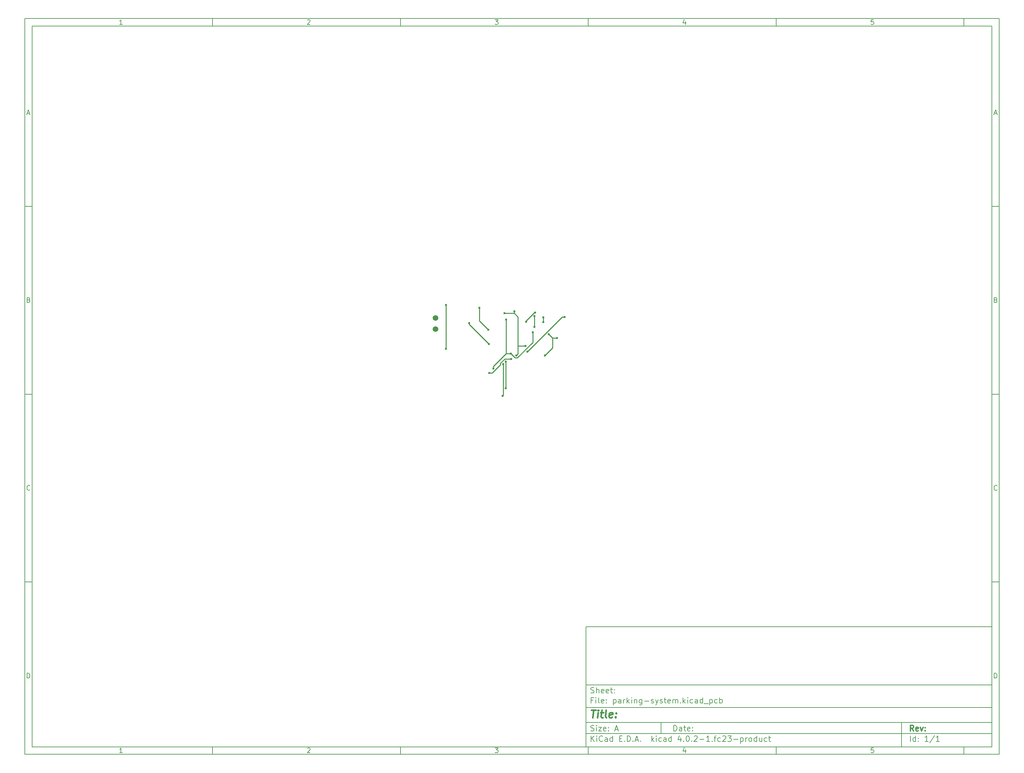
<source format=gbr>
G04 #@! TF.FileFunction,Copper,L2,Bot,Signal*
%FSLAX46Y46*%
G04 Gerber Fmt 4.6, Leading zero omitted, Abs format (unit mm)*
G04 Created by KiCad (PCBNEW 4.0.2-1.fc23-product) date Tue 29 Mar 2016 15:32:59 SAST*
%MOMM*%
G01*
G04 APERTURE LIST*
%ADD10C,0.100000*%
%ADD11C,0.150000*%
%ADD12C,0.300000*%
%ADD13C,0.400000*%
%ADD14C,1.500000*%
%ADD15C,0.600000*%
%ADD16C,0.250000*%
G04 APERTURE END LIST*
D10*
D11*
X159400000Y-171900000D02*
X159400000Y-203900000D01*
X267400000Y-203900000D01*
X267400000Y-171900000D01*
X159400000Y-171900000D01*
D10*
D11*
X10000000Y-10000000D02*
X10000000Y-205900000D01*
X269400000Y-205900000D01*
X269400000Y-10000000D01*
X10000000Y-10000000D01*
D10*
D11*
X12000000Y-12000000D02*
X12000000Y-203900000D01*
X267400000Y-203900000D01*
X267400000Y-12000000D01*
X12000000Y-12000000D01*
D10*
D11*
X60000000Y-12000000D02*
X60000000Y-10000000D01*
D10*
D11*
X110000000Y-12000000D02*
X110000000Y-10000000D01*
D10*
D11*
X160000000Y-12000000D02*
X160000000Y-10000000D01*
D10*
D11*
X210000000Y-12000000D02*
X210000000Y-10000000D01*
D10*
D11*
X260000000Y-12000000D02*
X260000000Y-10000000D01*
D10*
D11*
X35990476Y-11588095D02*
X35247619Y-11588095D01*
X35619048Y-11588095D02*
X35619048Y-10288095D01*
X35495238Y-10473810D01*
X35371429Y-10597619D01*
X35247619Y-10659524D01*
D10*
D11*
X85247619Y-10411905D02*
X85309524Y-10350000D01*
X85433333Y-10288095D01*
X85742857Y-10288095D01*
X85866667Y-10350000D01*
X85928571Y-10411905D01*
X85990476Y-10535714D01*
X85990476Y-10659524D01*
X85928571Y-10845238D01*
X85185714Y-11588095D01*
X85990476Y-11588095D01*
D10*
D11*
X135185714Y-10288095D02*
X135990476Y-10288095D01*
X135557143Y-10783333D01*
X135742857Y-10783333D01*
X135866667Y-10845238D01*
X135928571Y-10907143D01*
X135990476Y-11030952D01*
X135990476Y-11340476D01*
X135928571Y-11464286D01*
X135866667Y-11526190D01*
X135742857Y-11588095D01*
X135371429Y-11588095D01*
X135247619Y-11526190D01*
X135185714Y-11464286D01*
D10*
D11*
X185866667Y-10721429D02*
X185866667Y-11588095D01*
X185557143Y-10226190D02*
X185247619Y-11154762D01*
X186052381Y-11154762D01*
D10*
D11*
X235928571Y-10288095D02*
X235309524Y-10288095D01*
X235247619Y-10907143D01*
X235309524Y-10845238D01*
X235433333Y-10783333D01*
X235742857Y-10783333D01*
X235866667Y-10845238D01*
X235928571Y-10907143D01*
X235990476Y-11030952D01*
X235990476Y-11340476D01*
X235928571Y-11464286D01*
X235866667Y-11526190D01*
X235742857Y-11588095D01*
X235433333Y-11588095D01*
X235309524Y-11526190D01*
X235247619Y-11464286D01*
D10*
D11*
X60000000Y-203900000D02*
X60000000Y-205900000D01*
D10*
D11*
X110000000Y-203900000D02*
X110000000Y-205900000D01*
D10*
D11*
X160000000Y-203900000D02*
X160000000Y-205900000D01*
D10*
D11*
X210000000Y-203900000D02*
X210000000Y-205900000D01*
D10*
D11*
X260000000Y-203900000D02*
X260000000Y-205900000D01*
D10*
D11*
X35990476Y-205488095D02*
X35247619Y-205488095D01*
X35619048Y-205488095D02*
X35619048Y-204188095D01*
X35495238Y-204373810D01*
X35371429Y-204497619D01*
X35247619Y-204559524D01*
D10*
D11*
X85247619Y-204311905D02*
X85309524Y-204250000D01*
X85433333Y-204188095D01*
X85742857Y-204188095D01*
X85866667Y-204250000D01*
X85928571Y-204311905D01*
X85990476Y-204435714D01*
X85990476Y-204559524D01*
X85928571Y-204745238D01*
X85185714Y-205488095D01*
X85990476Y-205488095D01*
D10*
D11*
X135185714Y-204188095D02*
X135990476Y-204188095D01*
X135557143Y-204683333D01*
X135742857Y-204683333D01*
X135866667Y-204745238D01*
X135928571Y-204807143D01*
X135990476Y-204930952D01*
X135990476Y-205240476D01*
X135928571Y-205364286D01*
X135866667Y-205426190D01*
X135742857Y-205488095D01*
X135371429Y-205488095D01*
X135247619Y-205426190D01*
X135185714Y-205364286D01*
D10*
D11*
X185866667Y-204621429D02*
X185866667Y-205488095D01*
X185557143Y-204126190D02*
X185247619Y-205054762D01*
X186052381Y-205054762D01*
D10*
D11*
X235928571Y-204188095D02*
X235309524Y-204188095D01*
X235247619Y-204807143D01*
X235309524Y-204745238D01*
X235433333Y-204683333D01*
X235742857Y-204683333D01*
X235866667Y-204745238D01*
X235928571Y-204807143D01*
X235990476Y-204930952D01*
X235990476Y-205240476D01*
X235928571Y-205364286D01*
X235866667Y-205426190D01*
X235742857Y-205488095D01*
X235433333Y-205488095D01*
X235309524Y-205426190D01*
X235247619Y-205364286D01*
D10*
D11*
X10000000Y-60000000D02*
X12000000Y-60000000D01*
D10*
D11*
X10000000Y-110000000D02*
X12000000Y-110000000D01*
D10*
D11*
X10000000Y-160000000D02*
X12000000Y-160000000D01*
D10*
D11*
X10690476Y-35216667D02*
X11309524Y-35216667D01*
X10566667Y-35588095D02*
X11000000Y-34288095D01*
X11433333Y-35588095D01*
D10*
D11*
X11092857Y-84907143D02*
X11278571Y-84969048D01*
X11340476Y-85030952D01*
X11402381Y-85154762D01*
X11402381Y-85340476D01*
X11340476Y-85464286D01*
X11278571Y-85526190D01*
X11154762Y-85588095D01*
X10659524Y-85588095D01*
X10659524Y-84288095D01*
X11092857Y-84288095D01*
X11216667Y-84350000D01*
X11278571Y-84411905D01*
X11340476Y-84535714D01*
X11340476Y-84659524D01*
X11278571Y-84783333D01*
X11216667Y-84845238D01*
X11092857Y-84907143D01*
X10659524Y-84907143D01*
D10*
D11*
X11402381Y-135464286D02*
X11340476Y-135526190D01*
X11154762Y-135588095D01*
X11030952Y-135588095D01*
X10845238Y-135526190D01*
X10721429Y-135402381D01*
X10659524Y-135278571D01*
X10597619Y-135030952D01*
X10597619Y-134845238D01*
X10659524Y-134597619D01*
X10721429Y-134473810D01*
X10845238Y-134350000D01*
X11030952Y-134288095D01*
X11154762Y-134288095D01*
X11340476Y-134350000D01*
X11402381Y-134411905D01*
D10*
D11*
X10659524Y-185588095D02*
X10659524Y-184288095D01*
X10969048Y-184288095D01*
X11154762Y-184350000D01*
X11278571Y-184473810D01*
X11340476Y-184597619D01*
X11402381Y-184845238D01*
X11402381Y-185030952D01*
X11340476Y-185278571D01*
X11278571Y-185402381D01*
X11154762Y-185526190D01*
X10969048Y-185588095D01*
X10659524Y-185588095D01*
D10*
D11*
X269400000Y-60000000D02*
X267400000Y-60000000D01*
D10*
D11*
X269400000Y-110000000D02*
X267400000Y-110000000D01*
D10*
D11*
X269400000Y-160000000D02*
X267400000Y-160000000D01*
D10*
D11*
X268090476Y-35216667D02*
X268709524Y-35216667D01*
X267966667Y-35588095D02*
X268400000Y-34288095D01*
X268833333Y-35588095D01*
D10*
D11*
X268492857Y-84907143D02*
X268678571Y-84969048D01*
X268740476Y-85030952D01*
X268802381Y-85154762D01*
X268802381Y-85340476D01*
X268740476Y-85464286D01*
X268678571Y-85526190D01*
X268554762Y-85588095D01*
X268059524Y-85588095D01*
X268059524Y-84288095D01*
X268492857Y-84288095D01*
X268616667Y-84350000D01*
X268678571Y-84411905D01*
X268740476Y-84535714D01*
X268740476Y-84659524D01*
X268678571Y-84783333D01*
X268616667Y-84845238D01*
X268492857Y-84907143D01*
X268059524Y-84907143D01*
D10*
D11*
X268802381Y-135464286D02*
X268740476Y-135526190D01*
X268554762Y-135588095D01*
X268430952Y-135588095D01*
X268245238Y-135526190D01*
X268121429Y-135402381D01*
X268059524Y-135278571D01*
X267997619Y-135030952D01*
X267997619Y-134845238D01*
X268059524Y-134597619D01*
X268121429Y-134473810D01*
X268245238Y-134350000D01*
X268430952Y-134288095D01*
X268554762Y-134288095D01*
X268740476Y-134350000D01*
X268802381Y-134411905D01*
D10*
D11*
X268059524Y-185588095D02*
X268059524Y-184288095D01*
X268369048Y-184288095D01*
X268554762Y-184350000D01*
X268678571Y-184473810D01*
X268740476Y-184597619D01*
X268802381Y-184845238D01*
X268802381Y-185030952D01*
X268740476Y-185278571D01*
X268678571Y-185402381D01*
X268554762Y-185526190D01*
X268369048Y-185588095D01*
X268059524Y-185588095D01*
D10*
D11*
X182757143Y-199678571D02*
X182757143Y-198178571D01*
X183114286Y-198178571D01*
X183328571Y-198250000D01*
X183471429Y-198392857D01*
X183542857Y-198535714D01*
X183614286Y-198821429D01*
X183614286Y-199035714D01*
X183542857Y-199321429D01*
X183471429Y-199464286D01*
X183328571Y-199607143D01*
X183114286Y-199678571D01*
X182757143Y-199678571D01*
X184900000Y-199678571D02*
X184900000Y-198892857D01*
X184828571Y-198750000D01*
X184685714Y-198678571D01*
X184400000Y-198678571D01*
X184257143Y-198750000D01*
X184900000Y-199607143D02*
X184757143Y-199678571D01*
X184400000Y-199678571D01*
X184257143Y-199607143D01*
X184185714Y-199464286D01*
X184185714Y-199321429D01*
X184257143Y-199178571D01*
X184400000Y-199107143D01*
X184757143Y-199107143D01*
X184900000Y-199035714D01*
X185400000Y-198678571D02*
X185971429Y-198678571D01*
X185614286Y-198178571D02*
X185614286Y-199464286D01*
X185685714Y-199607143D01*
X185828572Y-199678571D01*
X185971429Y-199678571D01*
X187042857Y-199607143D02*
X186900000Y-199678571D01*
X186614286Y-199678571D01*
X186471429Y-199607143D01*
X186400000Y-199464286D01*
X186400000Y-198892857D01*
X186471429Y-198750000D01*
X186614286Y-198678571D01*
X186900000Y-198678571D01*
X187042857Y-198750000D01*
X187114286Y-198892857D01*
X187114286Y-199035714D01*
X186400000Y-199178571D01*
X187757143Y-199535714D02*
X187828571Y-199607143D01*
X187757143Y-199678571D01*
X187685714Y-199607143D01*
X187757143Y-199535714D01*
X187757143Y-199678571D01*
X187757143Y-198750000D02*
X187828571Y-198821429D01*
X187757143Y-198892857D01*
X187685714Y-198821429D01*
X187757143Y-198750000D01*
X187757143Y-198892857D01*
D10*
D11*
X159400000Y-200400000D02*
X267400000Y-200400000D01*
D10*
D11*
X160757143Y-202478571D02*
X160757143Y-200978571D01*
X161614286Y-202478571D02*
X160971429Y-201621429D01*
X161614286Y-200978571D02*
X160757143Y-201835714D01*
X162257143Y-202478571D02*
X162257143Y-201478571D01*
X162257143Y-200978571D02*
X162185714Y-201050000D01*
X162257143Y-201121429D01*
X162328571Y-201050000D01*
X162257143Y-200978571D01*
X162257143Y-201121429D01*
X163828572Y-202335714D02*
X163757143Y-202407143D01*
X163542857Y-202478571D01*
X163400000Y-202478571D01*
X163185715Y-202407143D01*
X163042857Y-202264286D01*
X162971429Y-202121429D01*
X162900000Y-201835714D01*
X162900000Y-201621429D01*
X162971429Y-201335714D01*
X163042857Y-201192857D01*
X163185715Y-201050000D01*
X163400000Y-200978571D01*
X163542857Y-200978571D01*
X163757143Y-201050000D01*
X163828572Y-201121429D01*
X165114286Y-202478571D02*
X165114286Y-201692857D01*
X165042857Y-201550000D01*
X164900000Y-201478571D01*
X164614286Y-201478571D01*
X164471429Y-201550000D01*
X165114286Y-202407143D02*
X164971429Y-202478571D01*
X164614286Y-202478571D01*
X164471429Y-202407143D01*
X164400000Y-202264286D01*
X164400000Y-202121429D01*
X164471429Y-201978571D01*
X164614286Y-201907143D01*
X164971429Y-201907143D01*
X165114286Y-201835714D01*
X166471429Y-202478571D02*
X166471429Y-200978571D01*
X166471429Y-202407143D02*
X166328572Y-202478571D01*
X166042858Y-202478571D01*
X165900000Y-202407143D01*
X165828572Y-202335714D01*
X165757143Y-202192857D01*
X165757143Y-201764286D01*
X165828572Y-201621429D01*
X165900000Y-201550000D01*
X166042858Y-201478571D01*
X166328572Y-201478571D01*
X166471429Y-201550000D01*
X168328572Y-201692857D02*
X168828572Y-201692857D01*
X169042858Y-202478571D02*
X168328572Y-202478571D01*
X168328572Y-200978571D01*
X169042858Y-200978571D01*
X169685715Y-202335714D02*
X169757143Y-202407143D01*
X169685715Y-202478571D01*
X169614286Y-202407143D01*
X169685715Y-202335714D01*
X169685715Y-202478571D01*
X170400001Y-202478571D02*
X170400001Y-200978571D01*
X170757144Y-200978571D01*
X170971429Y-201050000D01*
X171114287Y-201192857D01*
X171185715Y-201335714D01*
X171257144Y-201621429D01*
X171257144Y-201835714D01*
X171185715Y-202121429D01*
X171114287Y-202264286D01*
X170971429Y-202407143D01*
X170757144Y-202478571D01*
X170400001Y-202478571D01*
X171900001Y-202335714D02*
X171971429Y-202407143D01*
X171900001Y-202478571D01*
X171828572Y-202407143D01*
X171900001Y-202335714D01*
X171900001Y-202478571D01*
X172542858Y-202050000D02*
X173257144Y-202050000D01*
X172400001Y-202478571D02*
X172900001Y-200978571D01*
X173400001Y-202478571D01*
X173900001Y-202335714D02*
X173971429Y-202407143D01*
X173900001Y-202478571D01*
X173828572Y-202407143D01*
X173900001Y-202335714D01*
X173900001Y-202478571D01*
X176900001Y-202478571D02*
X176900001Y-200978571D01*
X177042858Y-201907143D02*
X177471429Y-202478571D01*
X177471429Y-201478571D02*
X176900001Y-202050000D01*
X178114287Y-202478571D02*
X178114287Y-201478571D01*
X178114287Y-200978571D02*
X178042858Y-201050000D01*
X178114287Y-201121429D01*
X178185715Y-201050000D01*
X178114287Y-200978571D01*
X178114287Y-201121429D01*
X179471430Y-202407143D02*
X179328573Y-202478571D01*
X179042859Y-202478571D01*
X178900001Y-202407143D01*
X178828573Y-202335714D01*
X178757144Y-202192857D01*
X178757144Y-201764286D01*
X178828573Y-201621429D01*
X178900001Y-201550000D01*
X179042859Y-201478571D01*
X179328573Y-201478571D01*
X179471430Y-201550000D01*
X180757144Y-202478571D02*
X180757144Y-201692857D01*
X180685715Y-201550000D01*
X180542858Y-201478571D01*
X180257144Y-201478571D01*
X180114287Y-201550000D01*
X180757144Y-202407143D02*
X180614287Y-202478571D01*
X180257144Y-202478571D01*
X180114287Y-202407143D01*
X180042858Y-202264286D01*
X180042858Y-202121429D01*
X180114287Y-201978571D01*
X180257144Y-201907143D01*
X180614287Y-201907143D01*
X180757144Y-201835714D01*
X182114287Y-202478571D02*
X182114287Y-200978571D01*
X182114287Y-202407143D02*
X181971430Y-202478571D01*
X181685716Y-202478571D01*
X181542858Y-202407143D01*
X181471430Y-202335714D01*
X181400001Y-202192857D01*
X181400001Y-201764286D01*
X181471430Y-201621429D01*
X181542858Y-201550000D01*
X181685716Y-201478571D01*
X181971430Y-201478571D01*
X182114287Y-201550000D01*
X184614287Y-201478571D02*
X184614287Y-202478571D01*
X184257144Y-200907143D02*
X183900001Y-201978571D01*
X184828573Y-201978571D01*
X185400001Y-202335714D02*
X185471429Y-202407143D01*
X185400001Y-202478571D01*
X185328572Y-202407143D01*
X185400001Y-202335714D01*
X185400001Y-202478571D01*
X186400001Y-200978571D02*
X186542858Y-200978571D01*
X186685715Y-201050000D01*
X186757144Y-201121429D01*
X186828573Y-201264286D01*
X186900001Y-201550000D01*
X186900001Y-201907143D01*
X186828573Y-202192857D01*
X186757144Y-202335714D01*
X186685715Y-202407143D01*
X186542858Y-202478571D01*
X186400001Y-202478571D01*
X186257144Y-202407143D01*
X186185715Y-202335714D01*
X186114287Y-202192857D01*
X186042858Y-201907143D01*
X186042858Y-201550000D01*
X186114287Y-201264286D01*
X186185715Y-201121429D01*
X186257144Y-201050000D01*
X186400001Y-200978571D01*
X187542858Y-202335714D02*
X187614286Y-202407143D01*
X187542858Y-202478571D01*
X187471429Y-202407143D01*
X187542858Y-202335714D01*
X187542858Y-202478571D01*
X188185715Y-201121429D02*
X188257144Y-201050000D01*
X188400001Y-200978571D01*
X188757144Y-200978571D01*
X188900001Y-201050000D01*
X188971430Y-201121429D01*
X189042858Y-201264286D01*
X189042858Y-201407143D01*
X188971430Y-201621429D01*
X188114287Y-202478571D01*
X189042858Y-202478571D01*
X189685715Y-201907143D02*
X190828572Y-201907143D01*
X192328572Y-202478571D02*
X191471429Y-202478571D01*
X191900001Y-202478571D02*
X191900001Y-200978571D01*
X191757144Y-201192857D01*
X191614286Y-201335714D01*
X191471429Y-201407143D01*
X192971429Y-202335714D02*
X193042857Y-202407143D01*
X192971429Y-202478571D01*
X192900000Y-202407143D01*
X192971429Y-202335714D01*
X192971429Y-202478571D01*
X193471429Y-201478571D02*
X194042858Y-201478571D01*
X193685715Y-202478571D02*
X193685715Y-201192857D01*
X193757143Y-201050000D01*
X193900001Y-200978571D01*
X194042858Y-200978571D01*
X195185715Y-202407143D02*
X195042858Y-202478571D01*
X194757144Y-202478571D01*
X194614286Y-202407143D01*
X194542858Y-202335714D01*
X194471429Y-202192857D01*
X194471429Y-201764286D01*
X194542858Y-201621429D01*
X194614286Y-201550000D01*
X194757144Y-201478571D01*
X195042858Y-201478571D01*
X195185715Y-201550000D01*
X195757143Y-201121429D02*
X195828572Y-201050000D01*
X195971429Y-200978571D01*
X196328572Y-200978571D01*
X196471429Y-201050000D01*
X196542858Y-201121429D01*
X196614286Y-201264286D01*
X196614286Y-201407143D01*
X196542858Y-201621429D01*
X195685715Y-202478571D01*
X196614286Y-202478571D01*
X197114286Y-200978571D02*
X198042857Y-200978571D01*
X197542857Y-201550000D01*
X197757143Y-201550000D01*
X197900000Y-201621429D01*
X197971429Y-201692857D01*
X198042857Y-201835714D01*
X198042857Y-202192857D01*
X197971429Y-202335714D01*
X197900000Y-202407143D01*
X197757143Y-202478571D01*
X197328571Y-202478571D01*
X197185714Y-202407143D01*
X197114286Y-202335714D01*
X198685714Y-201907143D02*
X199828571Y-201907143D01*
X200542857Y-201478571D02*
X200542857Y-202978571D01*
X200542857Y-201550000D02*
X200685714Y-201478571D01*
X200971428Y-201478571D01*
X201114285Y-201550000D01*
X201185714Y-201621429D01*
X201257143Y-201764286D01*
X201257143Y-202192857D01*
X201185714Y-202335714D01*
X201114285Y-202407143D01*
X200971428Y-202478571D01*
X200685714Y-202478571D01*
X200542857Y-202407143D01*
X201900000Y-202478571D02*
X201900000Y-201478571D01*
X201900000Y-201764286D02*
X201971428Y-201621429D01*
X202042857Y-201550000D01*
X202185714Y-201478571D01*
X202328571Y-201478571D01*
X203042857Y-202478571D02*
X202899999Y-202407143D01*
X202828571Y-202335714D01*
X202757142Y-202192857D01*
X202757142Y-201764286D01*
X202828571Y-201621429D01*
X202899999Y-201550000D01*
X203042857Y-201478571D01*
X203257142Y-201478571D01*
X203399999Y-201550000D01*
X203471428Y-201621429D01*
X203542857Y-201764286D01*
X203542857Y-202192857D01*
X203471428Y-202335714D01*
X203399999Y-202407143D01*
X203257142Y-202478571D01*
X203042857Y-202478571D01*
X204828571Y-202478571D02*
X204828571Y-200978571D01*
X204828571Y-202407143D02*
X204685714Y-202478571D01*
X204400000Y-202478571D01*
X204257142Y-202407143D01*
X204185714Y-202335714D01*
X204114285Y-202192857D01*
X204114285Y-201764286D01*
X204185714Y-201621429D01*
X204257142Y-201550000D01*
X204400000Y-201478571D01*
X204685714Y-201478571D01*
X204828571Y-201550000D01*
X206185714Y-201478571D02*
X206185714Y-202478571D01*
X205542857Y-201478571D02*
X205542857Y-202264286D01*
X205614285Y-202407143D01*
X205757143Y-202478571D01*
X205971428Y-202478571D01*
X206114285Y-202407143D01*
X206185714Y-202335714D01*
X207542857Y-202407143D02*
X207400000Y-202478571D01*
X207114286Y-202478571D01*
X206971428Y-202407143D01*
X206900000Y-202335714D01*
X206828571Y-202192857D01*
X206828571Y-201764286D01*
X206900000Y-201621429D01*
X206971428Y-201550000D01*
X207114286Y-201478571D01*
X207400000Y-201478571D01*
X207542857Y-201550000D01*
X207971428Y-201478571D02*
X208542857Y-201478571D01*
X208185714Y-200978571D02*
X208185714Y-202264286D01*
X208257142Y-202407143D01*
X208400000Y-202478571D01*
X208542857Y-202478571D01*
D10*
D11*
X159400000Y-197400000D02*
X267400000Y-197400000D01*
D10*
D12*
X246614286Y-199678571D02*
X246114286Y-198964286D01*
X245757143Y-199678571D02*
X245757143Y-198178571D01*
X246328571Y-198178571D01*
X246471429Y-198250000D01*
X246542857Y-198321429D01*
X246614286Y-198464286D01*
X246614286Y-198678571D01*
X246542857Y-198821429D01*
X246471429Y-198892857D01*
X246328571Y-198964286D01*
X245757143Y-198964286D01*
X247828571Y-199607143D02*
X247685714Y-199678571D01*
X247400000Y-199678571D01*
X247257143Y-199607143D01*
X247185714Y-199464286D01*
X247185714Y-198892857D01*
X247257143Y-198750000D01*
X247400000Y-198678571D01*
X247685714Y-198678571D01*
X247828571Y-198750000D01*
X247900000Y-198892857D01*
X247900000Y-199035714D01*
X247185714Y-199178571D01*
X248400000Y-198678571D02*
X248757143Y-199678571D01*
X249114285Y-198678571D01*
X249685714Y-199535714D02*
X249757142Y-199607143D01*
X249685714Y-199678571D01*
X249614285Y-199607143D01*
X249685714Y-199535714D01*
X249685714Y-199678571D01*
X249685714Y-198750000D02*
X249757142Y-198821429D01*
X249685714Y-198892857D01*
X249614285Y-198821429D01*
X249685714Y-198750000D01*
X249685714Y-198892857D01*
D10*
D11*
X160685714Y-199607143D02*
X160900000Y-199678571D01*
X161257143Y-199678571D01*
X161400000Y-199607143D01*
X161471429Y-199535714D01*
X161542857Y-199392857D01*
X161542857Y-199250000D01*
X161471429Y-199107143D01*
X161400000Y-199035714D01*
X161257143Y-198964286D01*
X160971429Y-198892857D01*
X160828571Y-198821429D01*
X160757143Y-198750000D01*
X160685714Y-198607143D01*
X160685714Y-198464286D01*
X160757143Y-198321429D01*
X160828571Y-198250000D01*
X160971429Y-198178571D01*
X161328571Y-198178571D01*
X161542857Y-198250000D01*
X162185714Y-199678571D02*
X162185714Y-198678571D01*
X162185714Y-198178571D02*
X162114285Y-198250000D01*
X162185714Y-198321429D01*
X162257142Y-198250000D01*
X162185714Y-198178571D01*
X162185714Y-198321429D01*
X162757143Y-198678571D02*
X163542857Y-198678571D01*
X162757143Y-199678571D01*
X163542857Y-199678571D01*
X164685714Y-199607143D02*
X164542857Y-199678571D01*
X164257143Y-199678571D01*
X164114286Y-199607143D01*
X164042857Y-199464286D01*
X164042857Y-198892857D01*
X164114286Y-198750000D01*
X164257143Y-198678571D01*
X164542857Y-198678571D01*
X164685714Y-198750000D01*
X164757143Y-198892857D01*
X164757143Y-199035714D01*
X164042857Y-199178571D01*
X165400000Y-199535714D02*
X165471428Y-199607143D01*
X165400000Y-199678571D01*
X165328571Y-199607143D01*
X165400000Y-199535714D01*
X165400000Y-199678571D01*
X165400000Y-198750000D02*
X165471428Y-198821429D01*
X165400000Y-198892857D01*
X165328571Y-198821429D01*
X165400000Y-198750000D01*
X165400000Y-198892857D01*
X167185714Y-199250000D02*
X167900000Y-199250000D01*
X167042857Y-199678571D02*
X167542857Y-198178571D01*
X168042857Y-199678571D01*
D10*
D11*
X245757143Y-202478571D02*
X245757143Y-200978571D01*
X247114286Y-202478571D02*
X247114286Y-200978571D01*
X247114286Y-202407143D02*
X246971429Y-202478571D01*
X246685715Y-202478571D01*
X246542857Y-202407143D01*
X246471429Y-202335714D01*
X246400000Y-202192857D01*
X246400000Y-201764286D01*
X246471429Y-201621429D01*
X246542857Y-201550000D01*
X246685715Y-201478571D01*
X246971429Y-201478571D01*
X247114286Y-201550000D01*
X247828572Y-202335714D02*
X247900000Y-202407143D01*
X247828572Y-202478571D01*
X247757143Y-202407143D01*
X247828572Y-202335714D01*
X247828572Y-202478571D01*
X247828572Y-201550000D02*
X247900000Y-201621429D01*
X247828572Y-201692857D01*
X247757143Y-201621429D01*
X247828572Y-201550000D01*
X247828572Y-201692857D01*
X250471429Y-202478571D02*
X249614286Y-202478571D01*
X250042858Y-202478571D02*
X250042858Y-200978571D01*
X249900001Y-201192857D01*
X249757143Y-201335714D01*
X249614286Y-201407143D01*
X252185714Y-200907143D02*
X250900000Y-202835714D01*
X253471429Y-202478571D02*
X252614286Y-202478571D01*
X253042858Y-202478571D02*
X253042858Y-200978571D01*
X252900001Y-201192857D01*
X252757143Y-201335714D01*
X252614286Y-201407143D01*
D10*
D11*
X159400000Y-193400000D02*
X267400000Y-193400000D01*
D10*
D13*
X160852381Y-194104762D02*
X161995238Y-194104762D01*
X161173810Y-196104762D02*
X161423810Y-194104762D01*
X162411905Y-196104762D02*
X162578571Y-194771429D01*
X162661905Y-194104762D02*
X162554762Y-194200000D01*
X162638095Y-194295238D01*
X162745239Y-194200000D01*
X162661905Y-194104762D01*
X162638095Y-194295238D01*
X163245238Y-194771429D02*
X164007143Y-194771429D01*
X163614286Y-194104762D02*
X163400000Y-195819048D01*
X163471430Y-196009524D01*
X163650001Y-196104762D01*
X163840477Y-196104762D01*
X164792858Y-196104762D02*
X164614287Y-196009524D01*
X164542857Y-195819048D01*
X164757143Y-194104762D01*
X166328572Y-196009524D02*
X166126191Y-196104762D01*
X165745239Y-196104762D01*
X165566667Y-196009524D01*
X165495238Y-195819048D01*
X165590476Y-195057143D01*
X165709524Y-194866667D01*
X165911905Y-194771429D01*
X166292857Y-194771429D01*
X166471429Y-194866667D01*
X166542857Y-195057143D01*
X166519048Y-195247619D01*
X165542857Y-195438095D01*
X167292857Y-195914286D02*
X167376192Y-196009524D01*
X167269048Y-196104762D01*
X167185715Y-196009524D01*
X167292857Y-195914286D01*
X167269048Y-196104762D01*
X167423810Y-194866667D02*
X167507144Y-194961905D01*
X167400000Y-195057143D01*
X167316667Y-194961905D01*
X167423810Y-194866667D01*
X167400000Y-195057143D01*
D10*
D11*
X161257143Y-191492857D02*
X160757143Y-191492857D01*
X160757143Y-192278571D02*
X160757143Y-190778571D01*
X161471429Y-190778571D01*
X162042857Y-192278571D02*
X162042857Y-191278571D01*
X162042857Y-190778571D02*
X161971428Y-190850000D01*
X162042857Y-190921429D01*
X162114285Y-190850000D01*
X162042857Y-190778571D01*
X162042857Y-190921429D01*
X162971429Y-192278571D02*
X162828571Y-192207143D01*
X162757143Y-192064286D01*
X162757143Y-190778571D01*
X164114285Y-192207143D02*
X163971428Y-192278571D01*
X163685714Y-192278571D01*
X163542857Y-192207143D01*
X163471428Y-192064286D01*
X163471428Y-191492857D01*
X163542857Y-191350000D01*
X163685714Y-191278571D01*
X163971428Y-191278571D01*
X164114285Y-191350000D01*
X164185714Y-191492857D01*
X164185714Y-191635714D01*
X163471428Y-191778571D01*
X164828571Y-192135714D02*
X164899999Y-192207143D01*
X164828571Y-192278571D01*
X164757142Y-192207143D01*
X164828571Y-192135714D01*
X164828571Y-192278571D01*
X164828571Y-191350000D02*
X164899999Y-191421429D01*
X164828571Y-191492857D01*
X164757142Y-191421429D01*
X164828571Y-191350000D01*
X164828571Y-191492857D01*
X166685714Y-191278571D02*
X166685714Y-192778571D01*
X166685714Y-191350000D02*
X166828571Y-191278571D01*
X167114285Y-191278571D01*
X167257142Y-191350000D01*
X167328571Y-191421429D01*
X167400000Y-191564286D01*
X167400000Y-191992857D01*
X167328571Y-192135714D01*
X167257142Y-192207143D01*
X167114285Y-192278571D01*
X166828571Y-192278571D01*
X166685714Y-192207143D01*
X168685714Y-192278571D02*
X168685714Y-191492857D01*
X168614285Y-191350000D01*
X168471428Y-191278571D01*
X168185714Y-191278571D01*
X168042857Y-191350000D01*
X168685714Y-192207143D02*
X168542857Y-192278571D01*
X168185714Y-192278571D01*
X168042857Y-192207143D01*
X167971428Y-192064286D01*
X167971428Y-191921429D01*
X168042857Y-191778571D01*
X168185714Y-191707143D01*
X168542857Y-191707143D01*
X168685714Y-191635714D01*
X169400000Y-192278571D02*
X169400000Y-191278571D01*
X169400000Y-191564286D02*
X169471428Y-191421429D01*
X169542857Y-191350000D01*
X169685714Y-191278571D01*
X169828571Y-191278571D01*
X170328571Y-192278571D02*
X170328571Y-190778571D01*
X170471428Y-191707143D02*
X170899999Y-192278571D01*
X170899999Y-191278571D02*
X170328571Y-191850000D01*
X171542857Y-192278571D02*
X171542857Y-191278571D01*
X171542857Y-190778571D02*
X171471428Y-190850000D01*
X171542857Y-190921429D01*
X171614285Y-190850000D01*
X171542857Y-190778571D01*
X171542857Y-190921429D01*
X172257143Y-191278571D02*
X172257143Y-192278571D01*
X172257143Y-191421429D02*
X172328571Y-191350000D01*
X172471429Y-191278571D01*
X172685714Y-191278571D01*
X172828571Y-191350000D01*
X172900000Y-191492857D01*
X172900000Y-192278571D01*
X174257143Y-191278571D02*
X174257143Y-192492857D01*
X174185714Y-192635714D01*
X174114286Y-192707143D01*
X173971429Y-192778571D01*
X173757143Y-192778571D01*
X173614286Y-192707143D01*
X174257143Y-192207143D02*
X174114286Y-192278571D01*
X173828572Y-192278571D01*
X173685714Y-192207143D01*
X173614286Y-192135714D01*
X173542857Y-191992857D01*
X173542857Y-191564286D01*
X173614286Y-191421429D01*
X173685714Y-191350000D01*
X173828572Y-191278571D01*
X174114286Y-191278571D01*
X174257143Y-191350000D01*
X174971429Y-191707143D02*
X176114286Y-191707143D01*
X176757143Y-192207143D02*
X176900000Y-192278571D01*
X177185715Y-192278571D01*
X177328572Y-192207143D01*
X177400000Y-192064286D01*
X177400000Y-191992857D01*
X177328572Y-191850000D01*
X177185715Y-191778571D01*
X176971429Y-191778571D01*
X176828572Y-191707143D01*
X176757143Y-191564286D01*
X176757143Y-191492857D01*
X176828572Y-191350000D01*
X176971429Y-191278571D01*
X177185715Y-191278571D01*
X177328572Y-191350000D01*
X177900001Y-191278571D02*
X178257144Y-192278571D01*
X178614286Y-191278571D02*
X178257144Y-192278571D01*
X178114286Y-192635714D01*
X178042858Y-192707143D01*
X177900001Y-192778571D01*
X179114286Y-192207143D02*
X179257143Y-192278571D01*
X179542858Y-192278571D01*
X179685715Y-192207143D01*
X179757143Y-192064286D01*
X179757143Y-191992857D01*
X179685715Y-191850000D01*
X179542858Y-191778571D01*
X179328572Y-191778571D01*
X179185715Y-191707143D01*
X179114286Y-191564286D01*
X179114286Y-191492857D01*
X179185715Y-191350000D01*
X179328572Y-191278571D01*
X179542858Y-191278571D01*
X179685715Y-191350000D01*
X180185715Y-191278571D02*
X180757144Y-191278571D01*
X180400001Y-190778571D02*
X180400001Y-192064286D01*
X180471429Y-192207143D01*
X180614287Y-192278571D01*
X180757144Y-192278571D01*
X181828572Y-192207143D02*
X181685715Y-192278571D01*
X181400001Y-192278571D01*
X181257144Y-192207143D01*
X181185715Y-192064286D01*
X181185715Y-191492857D01*
X181257144Y-191350000D01*
X181400001Y-191278571D01*
X181685715Y-191278571D01*
X181828572Y-191350000D01*
X181900001Y-191492857D01*
X181900001Y-191635714D01*
X181185715Y-191778571D01*
X182542858Y-192278571D02*
X182542858Y-191278571D01*
X182542858Y-191421429D02*
X182614286Y-191350000D01*
X182757144Y-191278571D01*
X182971429Y-191278571D01*
X183114286Y-191350000D01*
X183185715Y-191492857D01*
X183185715Y-192278571D01*
X183185715Y-191492857D02*
X183257144Y-191350000D01*
X183400001Y-191278571D01*
X183614286Y-191278571D01*
X183757144Y-191350000D01*
X183828572Y-191492857D01*
X183828572Y-192278571D01*
X184542858Y-192135714D02*
X184614286Y-192207143D01*
X184542858Y-192278571D01*
X184471429Y-192207143D01*
X184542858Y-192135714D01*
X184542858Y-192278571D01*
X185257144Y-192278571D02*
X185257144Y-190778571D01*
X185400001Y-191707143D02*
X185828572Y-192278571D01*
X185828572Y-191278571D02*
X185257144Y-191850000D01*
X186471430Y-192278571D02*
X186471430Y-191278571D01*
X186471430Y-190778571D02*
X186400001Y-190850000D01*
X186471430Y-190921429D01*
X186542858Y-190850000D01*
X186471430Y-190778571D01*
X186471430Y-190921429D01*
X187828573Y-192207143D02*
X187685716Y-192278571D01*
X187400002Y-192278571D01*
X187257144Y-192207143D01*
X187185716Y-192135714D01*
X187114287Y-191992857D01*
X187114287Y-191564286D01*
X187185716Y-191421429D01*
X187257144Y-191350000D01*
X187400002Y-191278571D01*
X187685716Y-191278571D01*
X187828573Y-191350000D01*
X189114287Y-192278571D02*
X189114287Y-191492857D01*
X189042858Y-191350000D01*
X188900001Y-191278571D01*
X188614287Y-191278571D01*
X188471430Y-191350000D01*
X189114287Y-192207143D02*
X188971430Y-192278571D01*
X188614287Y-192278571D01*
X188471430Y-192207143D01*
X188400001Y-192064286D01*
X188400001Y-191921429D01*
X188471430Y-191778571D01*
X188614287Y-191707143D01*
X188971430Y-191707143D01*
X189114287Y-191635714D01*
X190471430Y-192278571D02*
X190471430Y-190778571D01*
X190471430Y-192207143D02*
X190328573Y-192278571D01*
X190042859Y-192278571D01*
X189900001Y-192207143D01*
X189828573Y-192135714D01*
X189757144Y-191992857D01*
X189757144Y-191564286D01*
X189828573Y-191421429D01*
X189900001Y-191350000D01*
X190042859Y-191278571D01*
X190328573Y-191278571D01*
X190471430Y-191350000D01*
X190828573Y-192421429D02*
X191971430Y-192421429D01*
X192328573Y-191278571D02*
X192328573Y-192778571D01*
X192328573Y-191350000D02*
X192471430Y-191278571D01*
X192757144Y-191278571D01*
X192900001Y-191350000D01*
X192971430Y-191421429D01*
X193042859Y-191564286D01*
X193042859Y-191992857D01*
X192971430Y-192135714D01*
X192900001Y-192207143D01*
X192757144Y-192278571D01*
X192471430Y-192278571D01*
X192328573Y-192207143D01*
X194328573Y-192207143D02*
X194185716Y-192278571D01*
X193900002Y-192278571D01*
X193757144Y-192207143D01*
X193685716Y-192135714D01*
X193614287Y-191992857D01*
X193614287Y-191564286D01*
X193685716Y-191421429D01*
X193757144Y-191350000D01*
X193900002Y-191278571D01*
X194185716Y-191278571D01*
X194328573Y-191350000D01*
X194971430Y-192278571D02*
X194971430Y-190778571D01*
X194971430Y-191350000D02*
X195114287Y-191278571D01*
X195400001Y-191278571D01*
X195542858Y-191350000D01*
X195614287Y-191421429D01*
X195685716Y-191564286D01*
X195685716Y-191992857D01*
X195614287Y-192135714D01*
X195542858Y-192207143D01*
X195400001Y-192278571D01*
X195114287Y-192278571D01*
X194971430Y-192207143D01*
D10*
D11*
X159400000Y-187400000D02*
X267400000Y-187400000D01*
D10*
D11*
X160685714Y-189507143D02*
X160900000Y-189578571D01*
X161257143Y-189578571D01*
X161400000Y-189507143D01*
X161471429Y-189435714D01*
X161542857Y-189292857D01*
X161542857Y-189150000D01*
X161471429Y-189007143D01*
X161400000Y-188935714D01*
X161257143Y-188864286D01*
X160971429Y-188792857D01*
X160828571Y-188721429D01*
X160757143Y-188650000D01*
X160685714Y-188507143D01*
X160685714Y-188364286D01*
X160757143Y-188221429D01*
X160828571Y-188150000D01*
X160971429Y-188078571D01*
X161328571Y-188078571D01*
X161542857Y-188150000D01*
X162185714Y-189578571D02*
X162185714Y-188078571D01*
X162828571Y-189578571D02*
X162828571Y-188792857D01*
X162757142Y-188650000D01*
X162614285Y-188578571D01*
X162400000Y-188578571D01*
X162257142Y-188650000D01*
X162185714Y-188721429D01*
X164114285Y-189507143D02*
X163971428Y-189578571D01*
X163685714Y-189578571D01*
X163542857Y-189507143D01*
X163471428Y-189364286D01*
X163471428Y-188792857D01*
X163542857Y-188650000D01*
X163685714Y-188578571D01*
X163971428Y-188578571D01*
X164114285Y-188650000D01*
X164185714Y-188792857D01*
X164185714Y-188935714D01*
X163471428Y-189078571D01*
X165399999Y-189507143D02*
X165257142Y-189578571D01*
X164971428Y-189578571D01*
X164828571Y-189507143D01*
X164757142Y-189364286D01*
X164757142Y-188792857D01*
X164828571Y-188650000D01*
X164971428Y-188578571D01*
X165257142Y-188578571D01*
X165399999Y-188650000D01*
X165471428Y-188792857D01*
X165471428Y-188935714D01*
X164757142Y-189078571D01*
X165899999Y-188578571D02*
X166471428Y-188578571D01*
X166114285Y-188078571D02*
X166114285Y-189364286D01*
X166185713Y-189507143D01*
X166328571Y-189578571D01*
X166471428Y-189578571D01*
X166971428Y-189435714D02*
X167042856Y-189507143D01*
X166971428Y-189578571D01*
X166899999Y-189507143D01*
X166971428Y-189435714D01*
X166971428Y-189578571D01*
X166971428Y-188650000D02*
X167042856Y-188721429D01*
X166971428Y-188792857D01*
X166899999Y-188721429D01*
X166971428Y-188650000D01*
X166971428Y-188792857D01*
D10*
D11*
X179400000Y-197400000D02*
X179400000Y-200400000D01*
D10*
D11*
X243400000Y-197400000D02*
X243400000Y-203900000D01*
D14*
X119380000Y-89710000D03*
X119380000Y-92710000D03*
D15*
X137695000Y-88476000D03*
X140320000Y-87905000D03*
X143325000Y-97204700D03*
X140869000Y-99668300D03*
X149489000Y-94061700D03*
X151699000Y-95082300D03*
X148464900Y-99697600D03*
X133624000Y-104385000D03*
X139468000Y-100605000D03*
X133424000Y-92857800D03*
X131023000Y-87005800D03*
X139443000Y-99219200D03*
X138152000Y-90113600D03*
X145245000Y-93563900D03*
X134764000Y-103158000D03*
X145646000Y-92074200D03*
X145646000Y-89189500D03*
X133603000Y-96699100D03*
X128349000Y-91079000D03*
X137356000Y-101981000D03*
X137228000Y-110490000D03*
X138071000Y-101278000D03*
X138071000Y-108439000D03*
X143831000Y-98699100D03*
X153714000Y-89476200D03*
X143434000Y-90746800D03*
X145860000Y-88250700D03*
X148076000Y-89544100D03*
X148076000Y-90794800D03*
X122111000Y-97914800D03*
X122111000Y-86285600D03*
D16*
X141272000Y-89428300D02*
X141272000Y-97204700D01*
X140320000Y-88476000D02*
X141272000Y-89428300D01*
X141272000Y-97204700D02*
X143325000Y-97204700D01*
X141272000Y-99265400D02*
X140869000Y-99668300D01*
X141272000Y-97204700D02*
X141272000Y-99265400D01*
X140320000Y-87905000D02*
X140320000Y-88476000D01*
X140320000Y-88476000D02*
X137695000Y-88476000D01*
X151699000Y-95082300D02*
X150510000Y-95082300D01*
X150510000Y-95082300D02*
X149489000Y-94061700D01*
X150510000Y-97652500D02*
X150510000Y-95082300D01*
X148464900Y-99697600D02*
X150510000Y-97652500D01*
X134446000Y-104385000D02*
X133624000Y-104385000D01*
X136653000Y-102178000D02*
X134446000Y-104385000D01*
X136653000Y-101746000D02*
X136653000Y-102178000D01*
X137794000Y-100605000D02*
X136653000Y-101746000D01*
X139468000Y-100605000D02*
X137794000Y-100605000D01*
X131023000Y-90457000D02*
X133424000Y-92857800D01*
X131023000Y-87005800D02*
X131023000Y-90457000D01*
X145245000Y-96199400D02*
X145245000Y-93563900D01*
X141126000Y-100318000D02*
X145245000Y-96199400D01*
X140542000Y-100318000D02*
X141126000Y-100318000D01*
X139443000Y-99219200D02*
X140542000Y-100318000D01*
X134764000Y-102608000D02*
X134764000Y-103158000D01*
X138152000Y-99219200D02*
X134764000Y-102608000D01*
X138152000Y-90113600D02*
X138152000Y-99219200D01*
X138152000Y-99219200D02*
X139443000Y-99219200D01*
X145646000Y-92074200D02*
X145646000Y-89189500D01*
X128349000Y-91444900D02*
X128349000Y-91079000D01*
X133603000Y-96699100D02*
X128349000Y-91444900D01*
X137356000Y-110362000D02*
X137356000Y-101981000D01*
X137228000Y-110490000D02*
X137356000Y-110362000D01*
X138071000Y-108439000D02*
X138071000Y-101278000D01*
X153054000Y-89476200D02*
X143831000Y-98699100D01*
X153714000Y-89476200D02*
X153054000Y-89476200D01*
X145682000Y-88250700D02*
X145860000Y-88250700D01*
X143434000Y-90498700D02*
X145682000Y-88250700D01*
X143434000Y-90746800D02*
X143434000Y-90498700D01*
X148076000Y-90794800D02*
X148076000Y-89544100D01*
X122111000Y-97914800D02*
X122111000Y-86285600D01*
M02*

</source>
